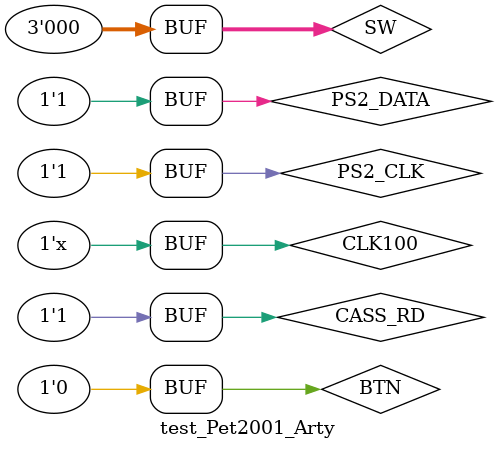
<source format=v>
`timescale 1ns / 1ps
module test_Pet2001_Arty;

    reg [2:0]  SW;
    reg        BTN;
    wire [3:0] VGA_R;
    wire [3:0] VGA_G;
    wire [3:0] VGA_B;
    wire       VGA_HSYNC;
    wire       VGA_VSYNC;
    wire       AUDIO;
    wire       CASS_WR;
    reg        CASS_RD;
    reg        PS2_CLK;
    reg        PS2_DATA;
    wire       LED;
    reg        CLK100;

    initial begin
        SW = 3'b000;
        BTN = 1'b0;
        PS2_CLK = 1'b1;
        PS2_DATA = 1'b1;
        CASS_RD = 1'b1;
        CLK100 = 1'b0;
    end

    always #5.0 CLK100 = ~CLK100; // outboard clock 100Mhz

    // DUT
    Pet2001_Arty dut(.SW(SW),
                     .BTN(BTN),
                     .LED(LED),
                     .AUDIO(AUDIO),
                     .CASS_WR(CASS_WR),
                     .CASS_RD(CASS_RD),
                     .VGA_R(VGA_R),
                     .VGA_G(VGA_G),
                     .VGA_B(VGA_B),
                     .VGA_HSYNC(VGA_HSYNC),
                     .VGA_VSYNC(VGA_VSYNC),
                     .PS2_CLK(PS2_CLK),
                     .PS2_DATA(PS2_DATA),
                     .CLK(CLK100)
                  );

endmodule // test_Pet2001_Arty

</source>
